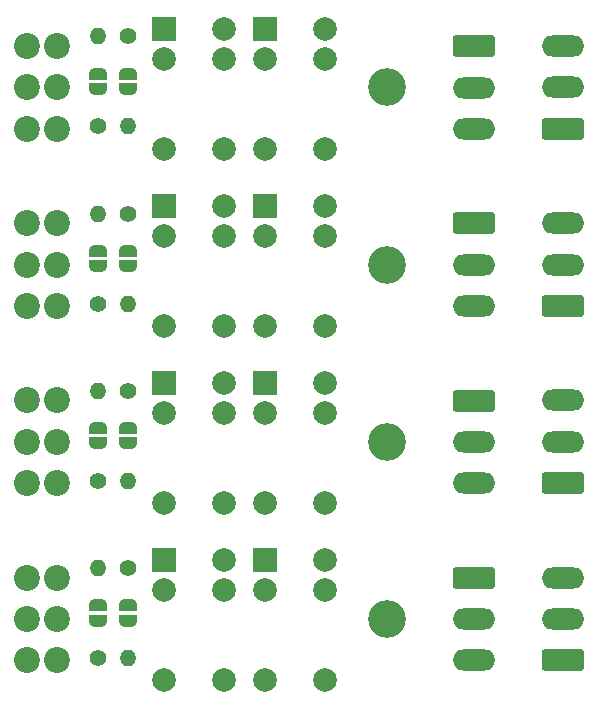
<source format=gbr>
%TF.GenerationSoftware,KiCad,Pcbnew,8.0.5*%
%TF.CreationDate,2025-06-13T11:47:53+02:00*%
%TF.ProjectId,doubleRelayExtensionTHT,646f7562-6c65-4526-956c-617945787465,rev?*%
%TF.SameCoordinates,Original*%
%TF.FileFunction,Soldermask,Bot*%
%TF.FilePolarity,Negative*%
%FSLAX46Y46*%
G04 Gerber Fmt 4.6, Leading zero omitted, Abs format (unit mm)*
G04 Created by KiCad (PCBNEW 8.0.5) date 2025-06-13 11:47:53*
%MOMM*%
%LPD*%
G01*
G04 APERTURE LIST*
G04 Aperture macros list*
%AMRoundRect*
0 Rectangle with rounded corners*
0 $1 Rounding radius*
0 $2 $3 $4 $5 $6 $7 $8 $9 X,Y pos of 4 corners*
0 Add a 4 corners polygon primitive as box body*
4,1,4,$2,$3,$4,$5,$6,$7,$8,$9,$2,$3,0*
0 Add four circle primitives for the rounded corners*
1,1,$1+$1,$2,$3*
1,1,$1+$1,$4,$5*
1,1,$1+$1,$6,$7*
1,1,$1+$1,$8,$9*
0 Add four rect primitives between the rounded corners*
20,1,$1+$1,$2,$3,$4,$5,0*
20,1,$1+$1,$4,$5,$6,$7,0*
20,1,$1+$1,$6,$7,$8,$9,0*
20,1,$1+$1,$8,$9,$2,$3,0*%
%AMFreePoly0*
4,1,19,0.500000,-0.750000,0.000000,-0.750000,0.000000,-0.744911,-0.071157,-0.744911,-0.207708,-0.704816,-0.327430,-0.627875,-0.420627,-0.520320,-0.479746,-0.390866,-0.500000,-0.250000,-0.500000,0.250000,-0.479746,0.390866,-0.420627,0.520320,-0.327430,0.627875,-0.207708,0.704816,-0.071157,0.744911,0.000000,0.744911,0.000000,0.750000,0.500000,0.750000,0.500000,-0.750000,0.500000,-0.750000,
$1*%
%AMFreePoly1*
4,1,19,0.000000,0.744911,0.071157,0.744911,0.207708,0.704816,0.327430,0.627875,0.420627,0.520320,0.479746,0.390866,0.500000,0.250000,0.500000,-0.250000,0.479746,-0.390866,0.420627,-0.520320,0.327430,-0.627875,0.207708,-0.704816,0.071157,-0.744911,0.000000,-0.744911,0.000000,-0.750000,-0.500000,-0.750000,-0.500000,0.750000,0.000000,0.750000,0.000000,0.744911,0.000000,0.744911,
$1*%
G04 Aperture macros list end*
%ADD10RoundRect,0.250000X1.550000X-0.650000X1.550000X0.650000X-1.550000X0.650000X-1.550000X-0.650000X0*%
%ADD11O,3.600000X1.800000*%
%ADD12C,1.400000*%
%ADD13O,1.400000X1.400000*%
%ADD14R,2.000000X2.000000*%
%ADD15C,2.000000*%
%ADD16C,2.200000*%
%ADD17C,3.200000*%
%ADD18RoundRect,0.250000X-1.550000X0.650000X-1.550000X-0.650000X1.550000X-0.650000X1.550000X0.650000X0*%
%ADD19FreePoly0,270.000000*%
%ADD20FreePoly1,270.000000*%
%ADD21FreePoly0,90.000000*%
%ADD22FreePoly1,90.000000*%
G04 APERTURE END LIST*
D10*
%TO.C,J11*%
X151357500Y-97500000D03*
D11*
X151357500Y-94000000D03*
X151357500Y-90500000D03*
%TD*%
D12*
%TO.C,R202*%
X114500000Y-59690000D03*
D13*
X114500000Y-67310000D03*
%TD*%
D14*
%TO.C,K401*%
X117592500Y-74042500D03*
D15*
X117592500Y-76582500D03*
X117592500Y-84202500D03*
X122672500Y-84202500D03*
X122672500Y-76582500D03*
X122672500Y-74042500D03*
%TD*%
D14*
%TO.C,K501*%
X117592500Y-89042500D03*
D15*
X117592500Y-91582500D03*
X117592500Y-99202500D03*
X122672500Y-99202500D03*
X122672500Y-91582500D03*
X122672500Y-89042500D03*
%TD*%
D12*
%TO.C,R501*%
X112000000Y-97310000D03*
D13*
X112000000Y-89690000D03*
%TD*%
D14*
%TO.C,K302*%
X126092500Y-44042500D03*
D15*
X126092500Y-46582500D03*
X126092500Y-54202500D03*
X131172500Y-54202500D03*
X131172500Y-46582500D03*
X131172500Y-44042500D03*
%TD*%
D16*
%TO.C,J2*%
X108500000Y-52500000D03*
X106000000Y-52500000D03*
X108500000Y-49000000D03*
X106000000Y-49000000D03*
X108500000Y-45500000D03*
X106000000Y-45500000D03*
%TD*%
D12*
%TO.C,R502*%
X114500000Y-89690000D03*
D13*
X114500000Y-97310000D03*
%TD*%
D14*
%TO.C,K201*%
X117592500Y-59042500D03*
D15*
X117592500Y-61582500D03*
X117592500Y-69202500D03*
X122672500Y-69202500D03*
X122672500Y-61582500D03*
X122672500Y-59042500D03*
%TD*%
D16*
%TO.C,J7*%
X108500000Y-82500000D03*
X106000000Y-82500000D03*
X108500000Y-79000000D03*
X106000000Y-79000000D03*
X108500000Y-75500000D03*
X106000000Y-75500000D03*
%TD*%
D10*
%TO.C,J4*%
X151357500Y-67500000D03*
D11*
X151357500Y-64000000D03*
X151357500Y-60500000D03*
%TD*%
D17*
%TO.C,REF\u002A\u002A*%
X136500000Y-49000000D03*
%TD*%
D14*
%TO.C,K301*%
X117592500Y-44042500D03*
D15*
X117592500Y-46582500D03*
X117592500Y-54202500D03*
X122672500Y-54202500D03*
X122672500Y-46582500D03*
X122672500Y-44042500D03*
%TD*%
D10*
%TO.C,J8*%
X151357500Y-82500000D03*
D11*
X151357500Y-79000000D03*
X151357500Y-75500000D03*
%TD*%
D12*
%TO.C,R301*%
X112000000Y-52310000D03*
D13*
X112000000Y-44690000D03*
%TD*%
D16*
%TO.C,J10*%
X108500000Y-97500000D03*
X106000000Y-97500000D03*
X108500000Y-94000000D03*
X106000000Y-94000000D03*
X108500000Y-90500000D03*
X106000000Y-90500000D03*
%TD*%
D18*
%TO.C,J9*%
X143857500Y-75517500D03*
D11*
X143857500Y-79017500D03*
X143857500Y-82517500D03*
%TD*%
D17*
%TO.C,REF\u002A\u002A*%
X136500000Y-79000000D03*
%TD*%
D12*
%TO.C,R302*%
X114500000Y-44690000D03*
D13*
X114500000Y-52310000D03*
%TD*%
D18*
%TO.C,J12*%
X143857500Y-90517500D03*
D11*
X143857500Y-94017500D03*
X143857500Y-97517500D03*
%TD*%
D14*
%TO.C,K502*%
X126092500Y-89042500D03*
D15*
X126092500Y-91582500D03*
X126092500Y-99202500D03*
X131172500Y-99202500D03*
X131172500Y-91582500D03*
X131172500Y-89042500D03*
%TD*%
D16*
%TO.C,J1*%
X108500000Y-67500000D03*
X106000000Y-67500000D03*
X108500000Y-64000000D03*
X106000000Y-64000000D03*
X108500000Y-60500000D03*
X106000000Y-60500000D03*
%TD*%
D18*
%TO.C,J6*%
X143857500Y-45517500D03*
D11*
X143857500Y-49017500D03*
X143857500Y-52517500D03*
%TD*%
D14*
%TO.C,K402*%
X126092500Y-74042500D03*
D15*
X126092500Y-76582500D03*
X126092500Y-84202500D03*
X131172500Y-84202500D03*
X131172500Y-76582500D03*
X131172500Y-74042500D03*
%TD*%
D12*
%TO.C,R401*%
X112000000Y-82310000D03*
D13*
X112000000Y-74690000D03*
%TD*%
D14*
%TO.C,K202*%
X126092500Y-59042500D03*
D15*
X126092500Y-61582500D03*
X126092500Y-69202500D03*
X131172500Y-69202500D03*
X131172500Y-61582500D03*
X131172500Y-59042500D03*
%TD*%
D17*
%TO.C,REF\u002A\u002A*%
X136500000Y-94000000D03*
%TD*%
D12*
%TO.C,R402*%
X114500000Y-74690000D03*
D13*
X114500000Y-82310000D03*
%TD*%
D12*
%TO.C,R201*%
X112000000Y-67310000D03*
D13*
X112000000Y-59690000D03*
%TD*%
D18*
%TO.C,J5*%
X143857500Y-60517500D03*
D11*
X143857500Y-64017500D03*
X143857500Y-67517500D03*
%TD*%
D10*
%TO.C,J3*%
X151357500Y-52500000D03*
D11*
X151357500Y-49000000D03*
X151357500Y-45500000D03*
%TD*%
D17*
%TO.C,REF\u002A\u002A*%
X136500000Y-64000000D03*
%TD*%
D19*
%TO.C,JP202*%
X114500000Y-62850000D03*
D20*
X114500000Y-64150000D03*
%TD*%
D19*
%TO.C,JP502*%
X114500000Y-92850000D03*
D20*
X114500000Y-94150000D03*
%TD*%
D19*
%TO.C,JP402*%
X114500000Y-77850000D03*
D20*
X114500000Y-79150000D03*
%TD*%
D21*
%TO.C,JP501*%
X112000000Y-94150000D03*
D22*
X112000000Y-92850000D03*
%TD*%
D21*
%TO.C,JP401*%
X112000000Y-79150000D03*
D22*
X112000000Y-77850000D03*
%TD*%
D21*
%TO.C,JP301*%
X112000000Y-49150000D03*
D22*
X112000000Y-47850000D03*
%TD*%
D21*
%TO.C,JP201*%
X112000000Y-64150000D03*
D22*
X112000000Y-62850000D03*
%TD*%
D19*
%TO.C,JP302*%
X114500000Y-47850000D03*
D20*
X114500000Y-49150000D03*
%TD*%
M02*

</source>
